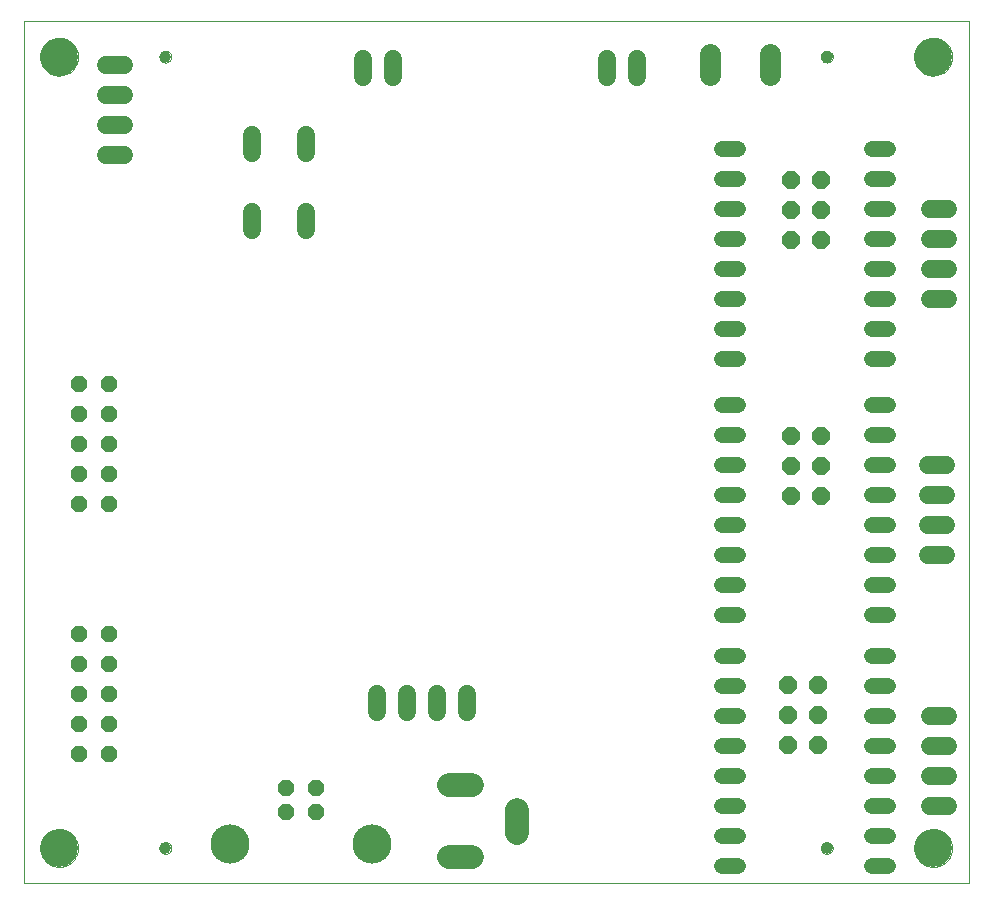
<source format=gts>
G75*
%MOIN*%
%OFA0B0*%
%FSLAX24Y24*%
%IPPOS*%
%LPD*%
%AMOC8*
5,1,8,0,0,1.08239X$1,22.5*
%
%ADD10C,0.0000*%
%ADD11C,0.1260*%
%ADD12C,0.0394*%
%ADD13OC8,0.0561*%
%ADD14C,0.1306*%
%ADD15C,0.0600*%
%ADD16OC8,0.0600*%
%ADD17C,0.0531*%
%ADD18C,0.0705*%
%ADD19OC8,0.0540*%
%ADD20C,0.0787*%
D10*
X000497Y002817D02*
X000497Y031557D01*
X031993Y031557D01*
X031993Y002817D01*
X000497Y002817D01*
X001048Y003998D02*
X001050Y004048D01*
X001056Y004098D01*
X001066Y004147D01*
X001080Y004195D01*
X001097Y004242D01*
X001118Y004287D01*
X001143Y004331D01*
X001171Y004372D01*
X001203Y004411D01*
X001237Y004448D01*
X001274Y004482D01*
X001314Y004512D01*
X001356Y004539D01*
X001400Y004563D01*
X001446Y004584D01*
X001493Y004600D01*
X001541Y004613D01*
X001591Y004622D01*
X001640Y004627D01*
X001691Y004628D01*
X001741Y004625D01*
X001790Y004618D01*
X001839Y004607D01*
X001887Y004592D01*
X001933Y004574D01*
X001978Y004552D01*
X002021Y004526D01*
X002062Y004497D01*
X002101Y004465D01*
X002137Y004430D01*
X002169Y004392D01*
X002199Y004352D01*
X002226Y004309D01*
X002249Y004265D01*
X002268Y004219D01*
X002284Y004171D01*
X002296Y004122D01*
X002304Y004073D01*
X002308Y004023D01*
X002308Y003973D01*
X002304Y003923D01*
X002296Y003874D01*
X002284Y003825D01*
X002268Y003777D01*
X002249Y003731D01*
X002226Y003687D01*
X002199Y003644D01*
X002169Y003604D01*
X002137Y003566D01*
X002101Y003531D01*
X002062Y003499D01*
X002021Y003470D01*
X001978Y003444D01*
X001933Y003422D01*
X001887Y003404D01*
X001839Y003389D01*
X001790Y003378D01*
X001741Y003371D01*
X001691Y003368D01*
X001640Y003369D01*
X001591Y003374D01*
X001541Y003383D01*
X001493Y003396D01*
X001446Y003412D01*
X001400Y003433D01*
X001356Y003457D01*
X001314Y003484D01*
X001274Y003514D01*
X001237Y003548D01*
X001203Y003585D01*
X001171Y003624D01*
X001143Y003665D01*
X001118Y003709D01*
X001097Y003754D01*
X001080Y003801D01*
X001066Y003849D01*
X001056Y003898D01*
X001050Y003948D01*
X001048Y003998D01*
X005024Y003998D02*
X005026Y004025D01*
X005032Y004052D01*
X005041Y004078D01*
X005054Y004102D01*
X005070Y004125D01*
X005089Y004144D01*
X005111Y004161D01*
X005135Y004175D01*
X005160Y004185D01*
X005187Y004192D01*
X005214Y004195D01*
X005242Y004194D01*
X005269Y004189D01*
X005295Y004181D01*
X005319Y004169D01*
X005342Y004153D01*
X005363Y004135D01*
X005380Y004114D01*
X005395Y004090D01*
X005406Y004065D01*
X005414Y004039D01*
X005418Y004012D01*
X005418Y003984D01*
X005414Y003957D01*
X005406Y003931D01*
X005395Y003906D01*
X005380Y003882D01*
X005363Y003861D01*
X005342Y003843D01*
X005320Y003827D01*
X005295Y003815D01*
X005269Y003807D01*
X005242Y003802D01*
X005214Y003801D01*
X005187Y003804D01*
X005160Y003811D01*
X005135Y003821D01*
X005111Y003835D01*
X005089Y003852D01*
X005070Y003871D01*
X005054Y003894D01*
X005041Y003918D01*
X005032Y003944D01*
X005026Y003971D01*
X005024Y003998D01*
X027072Y003998D02*
X027074Y004025D01*
X027080Y004052D01*
X027089Y004078D01*
X027102Y004102D01*
X027118Y004125D01*
X027137Y004144D01*
X027159Y004161D01*
X027183Y004175D01*
X027208Y004185D01*
X027235Y004192D01*
X027262Y004195D01*
X027290Y004194D01*
X027317Y004189D01*
X027343Y004181D01*
X027367Y004169D01*
X027390Y004153D01*
X027411Y004135D01*
X027428Y004114D01*
X027443Y004090D01*
X027454Y004065D01*
X027462Y004039D01*
X027466Y004012D01*
X027466Y003984D01*
X027462Y003957D01*
X027454Y003931D01*
X027443Y003906D01*
X027428Y003882D01*
X027411Y003861D01*
X027390Y003843D01*
X027368Y003827D01*
X027343Y003815D01*
X027317Y003807D01*
X027290Y003802D01*
X027262Y003801D01*
X027235Y003804D01*
X027208Y003811D01*
X027183Y003821D01*
X027159Y003835D01*
X027137Y003852D01*
X027118Y003871D01*
X027102Y003894D01*
X027089Y003918D01*
X027080Y003944D01*
X027074Y003971D01*
X027072Y003998D01*
X030182Y003998D02*
X030184Y004048D01*
X030190Y004098D01*
X030200Y004147D01*
X030214Y004195D01*
X030231Y004242D01*
X030252Y004287D01*
X030277Y004331D01*
X030305Y004372D01*
X030337Y004411D01*
X030371Y004448D01*
X030408Y004482D01*
X030448Y004512D01*
X030490Y004539D01*
X030534Y004563D01*
X030580Y004584D01*
X030627Y004600D01*
X030675Y004613D01*
X030725Y004622D01*
X030774Y004627D01*
X030825Y004628D01*
X030875Y004625D01*
X030924Y004618D01*
X030973Y004607D01*
X031021Y004592D01*
X031067Y004574D01*
X031112Y004552D01*
X031155Y004526D01*
X031196Y004497D01*
X031235Y004465D01*
X031271Y004430D01*
X031303Y004392D01*
X031333Y004352D01*
X031360Y004309D01*
X031383Y004265D01*
X031402Y004219D01*
X031418Y004171D01*
X031430Y004122D01*
X031438Y004073D01*
X031442Y004023D01*
X031442Y003973D01*
X031438Y003923D01*
X031430Y003874D01*
X031418Y003825D01*
X031402Y003777D01*
X031383Y003731D01*
X031360Y003687D01*
X031333Y003644D01*
X031303Y003604D01*
X031271Y003566D01*
X031235Y003531D01*
X031196Y003499D01*
X031155Y003470D01*
X031112Y003444D01*
X031067Y003422D01*
X031021Y003404D01*
X030973Y003389D01*
X030924Y003378D01*
X030875Y003371D01*
X030825Y003368D01*
X030774Y003369D01*
X030725Y003374D01*
X030675Y003383D01*
X030627Y003396D01*
X030580Y003412D01*
X030534Y003433D01*
X030490Y003457D01*
X030448Y003484D01*
X030408Y003514D01*
X030371Y003548D01*
X030337Y003585D01*
X030305Y003624D01*
X030277Y003665D01*
X030252Y003709D01*
X030231Y003754D01*
X030214Y003801D01*
X030200Y003849D01*
X030190Y003898D01*
X030184Y003948D01*
X030182Y003998D01*
X030182Y030376D02*
X030184Y030426D01*
X030190Y030476D01*
X030200Y030525D01*
X030214Y030573D01*
X030231Y030620D01*
X030252Y030665D01*
X030277Y030709D01*
X030305Y030750D01*
X030337Y030789D01*
X030371Y030826D01*
X030408Y030860D01*
X030448Y030890D01*
X030490Y030917D01*
X030534Y030941D01*
X030580Y030962D01*
X030627Y030978D01*
X030675Y030991D01*
X030725Y031000D01*
X030774Y031005D01*
X030825Y031006D01*
X030875Y031003D01*
X030924Y030996D01*
X030973Y030985D01*
X031021Y030970D01*
X031067Y030952D01*
X031112Y030930D01*
X031155Y030904D01*
X031196Y030875D01*
X031235Y030843D01*
X031271Y030808D01*
X031303Y030770D01*
X031333Y030730D01*
X031360Y030687D01*
X031383Y030643D01*
X031402Y030597D01*
X031418Y030549D01*
X031430Y030500D01*
X031438Y030451D01*
X031442Y030401D01*
X031442Y030351D01*
X031438Y030301D01*
X031430Y030252D01*
X031418Y030203D01*
X031402Y030155D01*
X031383Y030109D01*
X031360Y030065D01*
X031333Y030022D01*
X031303Y029982D01*
X031271Y029944D01*
X031235Y029909D01*
X031196Y029877D01*
X031155Y029848D01*
X031112Y029822D01*
X031067Y029800D01*
X031021Y029782D01*
X030973Y029767D01*
X030924Y029756D01*
X030875Y029749D01*
X030825Y029746D01*
X030774Y029747D01*
X030725Y029752D01*
X030675Y029761D01*
X030627Y029774D01*
X030580Y029790D01*
X030534Y029811D01*
X030490Y029835D01*
X030448Y029862D01*
X030408Y029892D01*
X030371Y029926D01*
X030337Y029963D01*
X030305Y030002D01*
X030277Y030043D01*
X030252Y030087D01*
X030231Y030132D01*
X030214Y030179D01*
X030200Y030227D01*
X030190Y030276D01*
X030184Y030326D01*
X030182Y030376D01*
X027072Y030376D02*
X027074Y030403D01*
X027080Y030430D01*
X027089Y030456D01*
X027102Y030480D01*
X027118Y030503D01*
X027137Y030522D01*
X027159Y030539D01*
X027183Y030553D01*
X027208Y030563D01*
X027235Y030570D01*
X027262Y030573D01*
X027290Y030572D01*
X027317Y030567D01*
X027343Y030559D01*
X027367Y030547D01*
X027390Y030531D01*
X027411Y030513D01*
X027428Y030492D01*
X027443Y030468D01*
X027454Y030443D01*
X027462Y030417D01*
X027466Y030390D01*
X027466Y030362D01*
X027462Y030335D01*
X027454Y030309D01*
X027443Y030284D01*
X027428Y030260D01*
X027411Y030239D01*
X027390Y030221D01*
X027368Y030205D01*
X027343Y030193D01*
X027317Y030185D01*
X027290Y030180D01*
X027262Y030179D01*
X027235Y030182D01*
X027208Y030189D01*
X027183Y030199D01*
X027159Y030213D01*
X027137Y030230D01*
X027118Y030249D01*
X027102Y030272D01*
X027089Y030296D01*
X027080Y030322D01*
X027074Y030349D01*
X027072Y030376D01*
X005024Y030376D02*
X005026Y030403D01*
X005032Y030430D01*
X005041Y030456D01*
X005054Y030480D01*
X005070Y030503D01*
X005089Y030522D01*
X005111Y030539D01*
X005135Y030553D01*
X005160Y030563D01*
X005187Y030570D01*
X005214Y030573D01*
X005242Y030572D01*
X005269Y030567D01*
X005295Y030559D01*
X005319Y030547D01*
X005342Y030531D01*
X005363Y030513D01*
X005380Y030492D01*
X005395Y030468D01*
X005406Y030443D01*
X005414Y030417D01*
X005418Y030390D01*
X005418Y030362D01*
X005414Y030335D01*
X005406Y030309D01*
X005395Y030284D01*
X005380Y030260D01*
X005363Y030239D01*
X005342Y030221D01*
X005320Y030205D01*
X005295Y030193D01*
X005269Y030185D01*
X005242Y030180D01*
X005214Y030179D01*
X005187Y030182D01*
X005160Y030189D01*
X005135Y030199D01*
X005111Y030213D01*
X005089Y030230D01*
X005070Y030249D01*
X005054Y030272D01*
X005041Y030296D01*
X005032Y030322D01*
X005026Y030349D01*
X005024Y030376D01*
X001048Y030376D02*
X001050Y030426D01*
X001056Y030476D01*
X001066Y030525D01*
X001080Y030573D01*
X001097Y030620D01*
X001118Y030665D01*
X001143Y030709D01*
X001171Y030750D01*
X001203Y030789D01*
X001237Y030826D01*
X001274Y030860D01*
X001314Y030890D01*
X001356Y030917D01*
X001400Y030941D01*
X001446Y030962D01*
X001493Y030978D01*
X001541Y030991D01*
X001591Y031000D01*
X001640Y031005D01*
X001691Y031006D01*
X001741Y031003D01*
X001790Y030996D01*
X001839Y030985D01*
X001887Y030970D01*
X001933Y030952D01*
X001978Y030930D01*
X002021Y030904D01*
X002062Y030875D01*
X002101Y030843D01*
X002137Y030808D01*
X002169Y030770D01*
X002199Y030730D01*
X002226Y030687D01*
X002249Y030643D01*
X002268Y030597D01*
X002284Y030549D01*
X002296Y030500D01*
X002304Y030451D01*
X002308Y030401D01*
X002308Y030351D01*
X002304Y030301D01*
X002296Y030252D01*
X002284Y030203D01*
X002268Y030155D01*
X002249Y030109D01*
X002226Y030065D01*
X002199Y030022D01*
X002169Y029982D01*
X002137Y029944D01*
X002101Y029909D01*
X002062Y029877D01*
X002021Y029848D01*
X001978Y029822D01*
X001933Y029800D01*
X001887Y029782D01*
X001839Y029767D01*
X001790Y029756D01*
X001741Y029749D01*
X001691Y029746D01*
X001640Y029747D01*
X001591Y029752D01*
X001541Y029761D01*
X001493Y029774D01*
X001446Y029790D01*
X001400Y029811D01*
X001356Y029835D01*
X001314Y029862D01*
X001274Y029892D01*
X001237Y029926D01*
X001203Y029963D01*
X001171Y030002D01*
X001143Y030043D01*
X001118Y030087D01*
X001097Y030132D01*
X001080Y030179D01*
X001066Y030227D01*
X001056Y030276D01*
X001050Y030326D01*
X001048Y030376D01*
D11*
X001678Y030376D03*
X001678Y003998D03*
X030812Y003998D03*
X030812Y030376D03*
D12*
X027269Y030376D03*
X005221Y030376D03*
X005221Y003998D03*
X027269Y003998D03*
D13*
X010241Y005213D03*
X010241Y006000D03*
X009257Y006000D03*
X009257Y005213D03*
D14*
X007379Y004146D03*
X012119Y004146D03*
D15*
X012284Y008521D02*
X012284Y009121D01*
X013284Y009121D02*
X013284Y008521D01*
X014284Y008521D02*
X014284Y009121D01*
X015284Y009121D02*
X015284Y008521D01*
X030709Y008412D02*
X031309Y008412D01*
X031309Y007412D02*
X030709Y007412D01*
X030709Y006412D02*
X031309Y006412D01*
X031309Y005412D02*
X030709Y005412D01*
X030659Y013768D02*
X031259Y013768D01*
X031259Y014768D02*
X030659Y014768D01*
X030659Y015768D02*
X031259Y015768D01*
X031259Y016768D02*
X030659Y016768D01*
X030709Y022282D02*
X031309Y022282D01*
X031309Y023282D02*
X030709Y023282D01*
X030709Y024282D02*
X031309Y024282D01*
X031309Y025282D02*
X030709Y025282D01*
X020928Y029683D02*
X020928Y030283D01*
X019928Y030283D02*
X019928Y029683D01*
X012808Y029683D02*
X012808Y030283D01*
X011808Y030283D02*
X011808Y029683D01*
X009901Y027773D02*
X009901Y027173D01*
X008121Y027173D02*
X008121Y027773D01*
X008121Y025213D02*
X008121Y024613D01*
X009901Y024613D02*
X009901Y025213D01*
X003848Y027105D02*
X003248Y027105D01*
X003248Y028105D02*
X003848Y028105D01*
X003848Y029105D02*
X003248Y029105D01*
X003248Y030105D02*
X003848Y030105D01*
D16*
X025981Y009428D03*
X026981Y009428D03*
X026981Y008428D03*
X025981Y008428D03*
X025981Y007428D03*
X026981Y007428D03*
X027080Y015744D03*
X026080Y015744D03*
X026080Y016744D03*
X027080Y016744D03*
X027080Y017744D03*
X026080Y017744D03*
X026080Y024258D03*
X027080Y024258D03*
X027080Y025258D03*
X027080Y026258D03*
X026080Y026258D03*
X026080Y025258D03*
D17*
X024314Y025284D02*
X023782Y025284D01*
X023782Y026284D02*
X024314Y026284D01*
X024314Y027284D02*
X023782Y027284D01*
X023782Y024284D02*
X024314Y024284D01*
X024314Y023284D02*
X023782Y023284D01*
X023782Y022284D02*
X024314Y022284D01*
X024314Y021284D02*
X023782Y021284D01*
X023782Y020284D02*
X024314Y020284D01*
X024314Y018770D02*
X023782Y018770D01*
X023782Y017770D02*
X024314Y017770D01*
X024314Y016770D02*
X023782Y016770D01*
X023782Y015770D02*
X024314Y015770D01*
X024314Y014770D02*
X023782Y014770D01*
X023782Y013770D02*
X024314Y013770D01*
X024314Y012770D02*
X023782Y012770D01*
X023782Y011770D02*
X024314Y011770D01*
X024314Y010404D02*
X023782Y010404D01*
X023782Y009404D02*
X024314Y009404D01*
X024314Y008404D02*
X023782Y008404D01*
X023782Y007404D02*
X024314Y007404D01*
X024314Y006404D02*
X023782Y006404D01*
X023782Y005404D02*
X024314Y005404D01*
X024314Y004404D02*
X023782Y004404D01*
X023782Y003404D02*
X024314Y003404D01*
X028782Y003404D02*
X029314Y003404D01*
X029314Y004404D02*
X028782Y004404D01*
X028782Y005404D02*
X029314Y005404D01*
X029314Y006404D02*
X028782Y006404D01*
X028782Y007404D02*
X029314Y007404D01*
X029314Y008404D02*
X028782Y008404D01*
X028782Y009404D02*
X029314Y009404D01*
X029314Y010404D02*
X028782Y010404D01*
X028782Y011770D02*
X029314Y011770D01*
X029314Y012770D02*
X028782Y012770D01*
X028782Y013770D02*
X029314Y013770D01*
X029314Y014770D02*
X028782Y014770D01*
X028782Y015770D02*
X029314Y015770D01*
X029314Y016770D02*
X028782Y016770D01*
X028782Y017770D02*
X029314Y017770D01*
X029314Y018770D02*
X028782Y018770D01*
X028782Y020284D02*
X029314Y020284D01*
X029314Y021284D02*
X028782Y021284D01*
X028782Y022284D02*
X029314Y022284D01*
X029314Y023284D02*
X028782Y023284D01*
X028782Y024284D02*
X029314Y024284D01*
X029314Y025284D02*
X028782Y025284D01*
X028782Y026284D02*
X029314Y026284D01*
X029314Y027284D02*
X028782Y027284D01*
D18*
X025365Y029762D02*
X025365Y030467D01*
X023365Y030467D02*
X023365Y029762D01*
D19*
X003359Y019463D03*
X002359Y019463D03*
X002359Y018463D03*
X002359Y017463D03*
X002359Y016463D03*
X002359Y015463D03*
X003359Y015463D03*
X003359Y016463D03*
X003359Y017463D03*
X003359Y018463D03*
X003359Y011117D03*
X002359Y011117D03*
X002359Y010117D03*
X003359Y010117D03*
X003359Y009117D03*
X002359Y009117D03*
X002359Y008117D03*
X003359Y008117D03*
X003359Y007117D03*
X002359Y007117D03*
D20*
X014670Y006105D02*
X015457Y006105D01*
X016954Y005278D02*
X016954Y004491D01*
X015457Y003703D02*
X014670Y003703D01*
M02*

</source>
